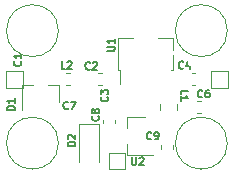
<source format=gbr>
%TF.GenerationSoftware,KiCad,Pcbnew,(5.1.6-0-10_14)*%
%TF.CreationDate,2020-06-15T14:29:28-04:00*%
%TF.ProjectId,preamp,70726561-6d70-42e6-9b69-6361645f7063,rev?*%
%TF.SameCoordinates,Original*%
%TF.FileFunction,Legend,Top*%
%TF.FilePolarity,Positive*%
%FSLAX46Y46*%
G04 Gerber Fmt 4.6, Leading zero omitted, Abs format (unit mm)*
G04 Created by KiCad (PCBNEW (5.1.6-0-10_14)) date 2020-06-15 14:29:28*
%MOMM*%
%LPD*%
G01*
G04 APERTURE LIST*
%ADD10C,0.120000*%
%ADD11C,0.127000*%
%ADD12C,4.064000*%
%ADD13R,1.100000X1.100000*%
%ADD14R,0.900000X1.000000*%
%ADD15C,0.100000*%
%ADD16R,1.000000X1.400000*%
%ADD17R,1.000000X0.900000*%
%ADD18C,0.900000*%
G04 APERTURE END LIST*
D10*
%TO.C,REF\u002A\u002A*%
X121173600Y-93573600D02*
G75*
G03*
X121173600Y-93573600I-2200000J0D01*
G01*
X135473800Y-93573600D02*
G75*
G03*
X135473800Y-93573600I-2200000J0D01*
G01*
X121173600Y-103098600D02*
G75*
G03*
X121173600Y-103098600I-2200000J0D01*
G01*
X135473800Y-103098600D02*
G75*
G03*
X135473800Y-103098600I-2200000J0D01*
G01*
%TO.C,J1*%
X116762300Y-96988400D02*
X118162300Y-96988400D01*
X118162300Y-96988400D02*
X118162300Y-98388400D01*
X118162300Y-98388400D02*
X116762300Y-98388400D01*
X116762300Y-98388400D02*
X116762300Y-96988400D01*
%TO.C,D1*%
X121214000Y-98173000D02*
X120284000Y-98173000D01*
X118054000Y-98173000D02*
X118984000Y-98173000D01*
X118054000Y-98173000D02*
X118054000Y-100333000D01*
X121214000Y-98173000D02*
X121214000Y-99633000D01*
%TO.C,U1*%
X129598000Y-94226000D02*
X130908000Y-94226000D01*
X130908000Y-94226000D02*
X130908000Y-96946000D01*
X126418000Y-98086000D02*
X126418000Y-96946000D01*
X126188000Y-94226000D02*
X127498000Y-94226000D01*
X126188000Y-96946000D02*
X126188000Y-94226000D01*
X126188000Y-96946000D02*
X126418000Y-96946000D01*
X130908000Y-96946000D02*
X130678000Y-96946000D01*
%TO.C,C2*%
X124851279Y-98198400D02*
X124525721Y-98198400D01*
X124851279Y-97178400D02*
X124525721Y-97178400D01*
%TO.C,C4*%
X132776279Y-98198400D02*
X132450721Y-98198400D01*
X132776279Y-97178400D02*
X132450721Y-97178400D01*
%TO.C,L2*%
X121858721Y-97178400D02*
X122184279Y-97178400D01*
X121858721Y-98198400D02*
X122184279Y-98198400D01*
%TO.C,C6*%
X133233479Y-100535200D02*
X132907921Y-100535200D01*
X133233479Y-99515200D02*
X132907921Y-99515200D01*
%TO.C,J2*%
X134097800Y-96988400D02*
X135497800Y-96988400D01*
X135497800Y-96988400D02*
X135497800Y-98388400D01*
X135497800Y-98388400D02*
X134097800Y-98388400D01*
X134097800Y-98388400D02*
X134097800Y-96988400D01*
%TO.C,L1*%
X131215200Y-100283778D02*
X131215200Y-99766622D01*
X129795200Y-100283778D02*
X129795200Y-99766622D01*
%TO.C,U2*%
X127018000Y-100919200D02*
X127018000Y-101849200D01*
X127018000Y-104079200D02*
X127018000Y-103149200D01*
X127018000Y-104079200D02*
X129178000Y-104079200D01*
X127018000Y-100919200D02*
X128478000Y-100919200D01*
%TO.C,J3*%
X125436400Y-103897200D02*
X126836400Y-103897200D01*
X126836400Y-103897200D02*
X126836400Y-105297200D01*
X126836400Y-105297200D02*
X125436400Y-105297200D01*
X125436400Y-105297200D02*
X125436400Y-103897200D01*
%TO.C,C8*%
X125935200Y-101432479D02*
X125935200Y-101106921D01*
X124915200Y-101432479D02*
X124915200Y-101106921D01*
%TO.C,C9*%
X130913600Y-103240721D02*
X130913600Y-103566279D01*
X129893600Y-103240721D02*
X129893600Y-103566279D01*
%TO.C,D2*%
X124598800Y-101508800D02*
X124598800Y-104658800D01*
X122898800Y-101508800D02*
X122898800Y-104658800D01*
X124598800Y-101508800D02*
X122898800Y-101508800D01*
%TO.C,C1*%
D11*
X117968485Y-96168633D02*
X117998723Y-96198871D01*
X118028961Y-96289585D01*
X118028961Y-96350061D01*
X117998723Y-96440776D01*
X117938247Y-96501252D01*
X117877771Y-96531490D01*
X117756819Y-96561728D01*
X117666104Y-96561728D01*
X117545152Y-96531490D01*
X117484676Y-96501252D01*
X117424200Y-96440776D01*
X117393961Y-96350061D01*
X117393961Y-96289585D01*
X117424200Y-96198871D01*
X117454438Y-96168633D01*
X118028961Y-95563871D02*
X118028961Y-95926728D01*
X118028961Y-95745300D02*
X117393961Y-95745300D01*
X117484676Y-95805776D01*
X117545152Y-95866252D01*
X117575390Y-95926728D01*
%TO.C,C3*%
X125321785Y-99165833D02*
X125352023Y-99196071D01*
X125382261Y-99286785D01*
X125382261Y-99347261D01*
X125352023Y-99437976D01*
X125291547Y-99498452D01*
X125231071Y-99528690D01*
X125110119Y-99558928D01*
X125019404Y-99558928D01*
X124898452Y-99528690D01*
X124837976Y-99498452D01*
X124777500Y-99437976D01*
X124747261Y-99347261D01*
X124747261Y-99286785D01*
X124777500Y-99196071D01*
X124807738Y-99165833D01*
X124747261Y-98954166D02*
X124747261Y-98561071D01*
X124989166Y-98772738D01*
X124989166Y-98682023D01*
X125019404Y-98621547D01*
X125049642Y-98591309D01*
X125110119Y-98561071D01*
X125261309Y-98561071D01*
X125321785Y-98591309D01*
X125352023Y-98621547D01*
X125382261Y-98682023D01*
X125382261Y-98863452D01*
X125352023Y-98923928D01*
X125321785Y-98954166D01*
%TO.C,C7*%
X121991966Y-100163085D02*
X121961728Y-100193323D01*
X121871014Y-100223561D01*
X121810538Y-100223561D01*
X121719823Y-100193323D01*
X121659347Y-100132847D01*
X121629109Y-100072371D01*
X121598871Y-99951419D01*
X121598871Y-99860704D01*
X121629109Y-99739752D01*
X121659347Y-99679276D01*
X121719823Y-99618800D01*
X121810538Y-99588561D01*
X121871014Y-99588561D01*
X121961728Y-99618800D01*
X121991966Y-99649038D01*
X122203633Y-99588561D02*
X122626966Y-99588561D01*
X122354823Y-100223561D01*
%TO.C,D1*%
X117482861Y-100281290D02*
X116847861Y-100281290D01*
X116847861Y-100130100D01*
X116878100Y-100039385D01*
X116938576Y-99978909D01*
X116999052Y-99948671D01*
X117120004Y-99918433D01*
X117210719Y-99918433D01*
X117331671Y-99948671D01*
X117392147Y-99978909D01*
X117452623Y-100039385D01*
X117482861Y-100130100D01*
X117482861Y-100281290D01*
X117482861Y-99313671D02*
X117482861Y-99676528D01*
X117482861Y-99495100D02*
X116847861Y-99495100D01*
X116938576Y-99555576D01*
X116999052Y-99616052D01*
X117029290Y-99676528D01*
%TO.C,U1*%
X125318761Y-95289309D02*
X125832809Y-95289309D01*
X125893285Y-95259071D01*
X125923523Y-95228833D01*
X125953761Y-95168357D01*
X125953761Y-95047404D01*
X125923523Y-94986928D01*
X125893285Y-94956690D01*
X125832809Y-94926452D01*
X125318761Y-94926452D01*
X125953761Y-94291452D02*
X125953761Y-94654309D01*
X125953761Y-94472880D02*
X125318761Y-94472880D01*
X125409476Y-94533357D01*
X125469952Y-94593833D01*
X125500190Y-94654309D01*
%TO.C,C2*%
X123846166Y-96810285D02*
X123815928Y-96840523D01*
X123725214Y-96870761D01*
X123664738Y-96870761D01*
X123574023Y-96840523D01*
X123513547Y-96780047D01*
X123483309Y-96719571D01*
X123453071Y-96598619D01*
X123453071Y-96507904D01*
X123483309Y-96386952D01*
X123513547Y-96326476D01*
X123574023Y-96266000D01*
X123664738Y-96235761D01*
X123725214Y-96235761D01*
X123815928Y-96266000D01*
X123846166Y-96296238D01*
X124088071Y-96296238D02*
X124118309Y-96266000D01*
X124178785Y-96235761D01*
X124329976Y-96235761D01*
X124390452Y-96266000D01*
X124420690Y-96296238D01*
X124450928Y-96356714D01*
X124450928Y-96417190D01*
X124420690Y-96507904D01*
X124057833Y-96870761D01*
X124450928Y-96870761D01*
%TO.C,C4*%
X131758266Y-96746785D02*
X131728028Y-96777023D01*
X131637314Y-96807261D01*
X131576838Y-96807261D01*
X131486123Y-96777023D01*
X131425647Y-96716547D01*
X131395409Y-96656071D01*
X131365171Y-96535119D01*
X131365171Y-96444404D01*
X131395409Y-96323452D01*
X131425647Y-96262976D01*
X131486123Y-96202500D01*
X131576838Y-96172261D01*
X131637314Y-96172261D01*
X131728028Y-96202500D01*
X131758266Y-96232738D01*
X132302552Y-96383928D02*
X132302552Y-96807261D01*
X132151361Y-96142023D02*
X132000171Y-96595595D01*
X132393266Y-96595595D01*
%TO.C,L2*%
X121750666Y-96807261D02*
X121448285Y-96807261D01*
X121448285Y-96172261D01*
X121932095Y-96232738D02*
X121962333Y-96202500D01*
X122022809Y-96172261D01*
X122174000Y-96172261D01*
X122234476Y-96202500D01*
X122264714Y-96232738D01*
X122294952Y-96293214D01*
X122294952Y-96353690D01*
X122264714Y-96444404D01*
X121901857Y-96807261D01*
X122294952Y-96807261D01*
%TO.C,C6*%
X133371166Y-99159785D02*
X133340928Y-99190023D01*
X133250214Y-99220261D01*
X133189738Y-99220261D01*
X133099023Y-99190023D01*
X133038547Y-99129547D01*
X133008309Y-99069071D01*
X132978071Y-98948119D01*
X132978071Y-98857404D01*
X133008309Y-98736452D01*
X133038547Y-98675976D01*
X133099023Y-98615500D01*
X133189738Y-98585261D01*
X133250214Y-98585261D01*
X133340928Y-98615500D01*
X133371166Y-98645738D01*
X133915452Y-98585261D02*
X133794500Y-98585261D01*
X133734023Y-98615500D01*
X133703785Y-98645738D01*
X133643309Y-98736452D01*
X133613071Y-98857404D01*
X133613071Y-99099309D01*
X133643309Y-99159785D01*
X133673547Y-99190023D01*
X133734023Y-99220261D01*
X133854976Y-99220261D01*
X133915452Y-99190023D01*
X133945690Y-99159785D01*
X133975928Y-99099309D01*
X133975928Y-98948119D01*
X133945690Y-98887642D01*
X133915452Y-98857404D01*
X133854976Y-98827166D01*
X133734023Y-98827166D01*
X133673547Y-98857404D01*
X133643309Y-98887642D01*
X133613071Y-98948119D01*
%TO.C,L1*%
X131538738Y-98954166D02*
X131538738Y-98651785D01*
X132173738Y-98651785D01*
X131538738Y-99498452D02*
X131538738Y-99135595D01*
X131538738Y-99317023D02*
X132173738Y-99317023D01*
X132083023Y-99256547D01*
X132022547Y-99196071D01*
X131992309Y-99135595D01*
%TO.C,U2*%
X127405190Y-104300261D02*
X127405190Y-104814309D01*
X127435428Y-104874785D01*
X127465666Y-104905023D01*
X127526142Y-104935261D01*
X127647095Y-104935261D01*
X127707571Y-104905023D01*
X127737809Y-104874785D01*
X127768047Y-104814309D01*
X127768047Y-104300261D01*
X128040190Y-104360738D02*
X128070428Y-104330500D01*
X128130904Y-104300261D01*
X128282095Y-104300261D01*
X128342571Y-104330500D01*
X128372809Y-104360738D01*
X128403047Y-104421214D01*
X128403047Y-104481690D01*
X128372809Y-104572404D01*
X128009952Y-104935261D01*
X128403047Y-104935261D01*
%TO.C,C8*%
X124559785Y-100816833D02*
X124590023Y-100847071D01*
X124620261Y-100937785D01*
X124620261Y-100998261D01*
X124590023Y-101088976D01*
X124529547Y-101149452D01*
X124469071Y-101179690D01*
X124348119Y-101209928D01*
X124257404Y-101209928D01*
X124136452Y-101179690D01*
X124075976Y-101149452D01*
X124015500Y-101088976D01*
X123985261Y-100998261D01*
X123985261Y-100937785D01*
X124015500Y-100847071D01*
X124045738Y-100816833D01*
X124257404Y-100453976D02*
X124227166Y-100514452D01*
X124196928Y-100544690D01*
X124136452Y-100574928D01*
X124106214Y-100574928D01*
X124045738Y-100544690D01*
X124015500Y-100514452D01*
X123985261Y-100453976D01*
X123985261Y-100333023D01*
X124015500Y-100272547D01*
X124045738Y-100242309D01*
X124106214Y-100212071D01*
X124136452Y-100212071D01*
X124196928Y-100242309D01*
X124227166Y-100272547D01*
X124257404Y-100333023D01*
X124257404Y-100453976D01*
X124287642Y-100514452D01*
X124317880Y-100544690D01*
X124378357Y-100574928D01*
X124499309Y-100574928D01*
X124559785Y-100544690D01*
X124590023Y-100514452D01*
X124620261Y-100453976D01*
X124620261Y-100333023D01*
X124590023Y-100272547D01*
X124559785Y-100242309D01*
X124499309Y-100212071D01*
X124378357Y-100212071D01*
X124317880Y-100242309D01*
X124287642Y-100272547D01*
X124257404Y-100333023D01*
%TO.C,C9*%
X129053166Y-102715785D02*
X129022928Y-102746023D01*
X128932214Y-102776261D01*
X128871738Y-102776261D01*
X128781023Y-102746023D01*
X128720547Y-102685547D01*
X128690309Y-102625071D01*
X128660071Y-102504119D01*
X128660071Y-102413404D01*
X128690309Y-102292452D01*
X128720547Y-102231976D01*
X128781023Y-102171500D01*
X128871738Y-102141261D01*
X128932214Y-102141261D01*
X129022928Y-102171500D01*
X129053166Y-102201738D01*
X129355547Y-102776261D02*
X129476500Y-102776261D01*
X129536976Y-102746023D01*
X129567214Y-102715785D01*
X129627690Y-102625071D01*
X129657928Y-102504119D01*
X129657928Y-102262214D01*
X129627690Y-102201738D01*
X129597452Y-102171500D01*
X129536976Y-102141261D01*
X129416023Y-102141261D01*
X129355547Y-102171500D01*
X129325309Y-102201738D01*
X129295071Y-102262214D01*
X129295071Y-102413404D01*
X129325309Y-102473880D01*
X129355547Y-102504119D01*
X129416023Y-102534357D01*
X129536976Y-102534357D01*
X129597452Y-102504119D01*
X129627690Y-102473880D01*
X129657928Y-102413404D01*
%TO.C,D2*%
X122588261Y-103338690D02*
X121953261Y-103338690D01*
X121953261Y-103187500D01*
X121983500Y-103096785D01*
X122043976Y-103036309D01*
X122104452Y-103006071D01*
X122225404Y-102975833D01*
X122316119Y-102975833D01*
X122437071Y-103006071D01*
X122497547Y-103036309D01*
X122558023Y-103096785D01*
X122588261Y-103187500D01*
X122588261Y-103338690D01*
X122013738Y-102733928D02*
X121983500Y-102703690D01*
X121953261Y-102643214D01*
X121953261Y-102492023D01*
X121983500Y-102431547D01*
X122013738Y-102401309D01*
X122074214Y-102371071D01*
X122134690Y-102371071D01*
X122225404Y-102401309D01*
X122588261Y-102764166D01*
X122588261Y-102371071D01*
%TD*%
%LPC*%
D12*
%TO.C,REF\u002A\u002A*%
X118973600Y-93573600D03*
%TD*%
%TO.C,REF\u002A\u002A*%
X133273800Y-93573600D03*
%TD*%
%TO.C,REF\u002A\u002A*%
X118973600Y-103098600D03*
%TD*%
%TO.C,REF\u002A\u002A*%
X133273800Y-103098600D03*
%TD*%
D13*
%TO.C,J1*%
X117462300Y-97688400D03*
%TD*%
%TO.C,C1*%
G36*
G01*
X118879000Y-96872900D02*
X118484000Y-96872900D01*
G75*
G02*
X118311500Y-96700400I0J172500D01*
G01*
X118311500Y-96355400D01*
G75*
G02*
X118484000Y-96182900I172500J0D01*
G01*
X118879000Y-96182900D01*
G75*
G02*
X119051500Y-96355400I0J-172500D01*
G01*
X119051500Y-96700400D01*
G75*
G02*
X118879000Y-96872900I-172500J0D01*
G01*
G37*
G36*
G01*
X118879000Y-97842900D02*
X118484000Y-97842900D01*
G75*
G02*
X118311500Y-97670400I0J172500D01*
G01*
X118311500Y-97325400D01*
G75*
G02*
X118484000Y-97152900I172500J0D01*
G01*
X118879000Y-97152900D01*
G75*
G02*
X119051500Y-97325400I0J-172500D01*
G01*
X119051500Y-97670400D01*
G75*
G02*
X118879000Y-97842900I-172500J0D01*
G01*
G37*
%TD*%
%TO.C,C3*%
G36*
G01*
X126273400Y-98811700D02*
X126273400Y-99206700D01*
G75*
G02*
X126100900Y-99379200I-172500J0D01*
G01*
X125755900Y-99379200D01*
G75*
G02*
X125583400Y-99206700I0J172500D01*
G01*
X125583400Y-98811700D01*
G75*
G02*
X125755900Y-98639200I172500J0D01*
G01*
X126100900Y-98639200D01*
G75*
G02*
X126273400Y-98811700I0J-172500D01*
G01*
G37*
G36*
G01*
X127243400Y-98811700D02*
X127243400Y-99206700D01*
G75*
G02*
X127070900Y-99379200I-172500J0D01*
G01*
X126725900Y-99379200D01*
G75*
G02*
X126553400Y-99206700I0J172500D01*
G01*
X126553400Y-98811700D01*
G75*
G02*
X126725900Y-98639200I172500J0D01*
G01*
X127070900Y-98639200D01*
G75*
G02*
X127243400Y-98811700I0J-172500D01*
G01*
G37*
%TD*%
%TO.C,C5*%
G36*
G01*
X128641000Y-100324300D02*
X128641000Y-99929300D01*
G75*
G02*
X128813500Y-99756800I172500J0D01*
G01*
X129158500Y-99756800D01*
G75*
G02*
X129331000Y-99929300I0J-172500D01*
G01*
X129331000Y-100324300D01*
G75*
G02*
X129158500Y-100496800I-172500J0D01*
G01*
X128813500Y-100496800D01*
G75*
G02*
X128641000Y-100324300I0J172500D01*
G01*
G37*
G36*
G01*
X127671000Y-100324300D02*
X127671000Y-99929300D01*
G75*
G02*
X127843500Y-99756800I172500J0D01*
G01*
X128188500Y-99756800D01*
G75*
G02*
X128361000Y-99929300I0J-172500D01*
G01*
X128361000Y-100324300D01*
G75*
G02*
X128188500Y-100496800I-172500J0D01*
G01*
X127843500Y-100496800D01*
G75*
G02*
X127671000Y-100324300I0J172500D01*
G01*
G37*
%TD*%
%TO.C,C7*%
G36*
G01*
X121402000Y-101099000D02*
X121402000Y-100704000D01*
G75*
G02*
X121574500Y-100531500I172500J0D01*
G01*
X121919500Y-100531500D01*
G75*
G02*
X122092000Y-100704000I0J-172500D01*
G01*
X122092000Y-101099000D01*
G75*
G02*
X121919500Y-101271500I-172500J0D01*
G01*
X121574500Y-101271500D01*
G75*
G02*
X121402000Y-101099000I0J172500D01*
G01*
G37*
G36*
G01*
X120432000Y-101099000D02*
X120432000Y-100704000D01*
G75*
G02*
X120604500Y-100531500I172500J0D01*
G01*
X120949500Y-100531500D01*
G75*
G02*
X121122000Y-100704000I0J-172500D01*
G01*
X121122000Y-101099000D01*
G75*
G02*
X120949500Y-101271500I-172500J0D01*
G01*
X120604500Y-101271500D01*
G75*
G02*
X120432000Y-101099000I0J172500D01*
G01*
G37*
%TD*%
D14*
%TO.C,D1*%
X119634000Y-97933000D03*
X120584000Y-99933000D03*
X118684000Y-99933000D03*
%TD*%
%TO.C,R1*%
G36*
G01*
X128310200Y-98811700D02*
X128310200Y-99206700D01*
G75*
G02*
X128137700Y-99379200I-172500J0D01*
G01*
X127792700Y-99379200D01*
G75*
G02*
X127620200Y-99206700I0J172500D01*
G01*
X127620200Y-98811700D01*
G75*
G02*
X127792700Y-98639200I172500J0D01*
G01*
X128137700Y-98639200D01*
G75*
G02*
X128310200Y-98811700I0J-172500D01*
G01*
G37*
G36*
G01*
X129280200Y-98811700D02*
X129280200Y-99206700D01*
G75*
G02*
X129107700Y-99379200I-172500J0D01*
G01*
X128762700Y-99379200D01*
G75*
G02*
X128590200Y-99206700I0J172500D01*
G01*
X128590200Y-98811700D01*
G75*
G02*
X128762700Y-98639200I172500J0D01*
G01*
X129107700Y-98639200D01*
G75*
G02*
X129280200Y-98811700I0J-172500D01*
G01*
G37*
%TD*%
D15*
%TO.C,U1*%
G36*
X127609961Y-93576245D02*
G01*
X127612806Y-93566866D01*
X127617427Y-93558221D01*
X127623645Y-93550645D01*
X127631221Y-93544427D01*
X127639866Y-93539806D01*
X127649245Y-93536961D01*
X127659000Y-93536000D01*
X129437000Y-93536000D01*
X129446755Y-93536961D01*
X129456134Y-93539806D01*
X129464779Y-93544427D01*
X129472355Y-93550645D01*
X129478573Y-93558221D01*
X129483194Y-93566866D01*
X129486039Y-93576245D01*
X129487000Y-93586000D01*
X129487000Y-95670500D01*
X129486039Y-95680255D01*
X129483194Y-95689634D01*
X129478573Y-95698279D01*
X129472355Y-95705855D01*
X128979000Y-96199210D01*
X128979000Y-98186000D01*
X128978039Y-98195755D01*
X128975194Y-98205134D01*
X128970573Y-98213779D01*
X128964355Y-98221355D01*
X128956779Y-98227573D01*
X128948134Y-98232194D01*
X128938755Y-98235039D01*
X128929000Y-98236000D01*
X128167000Y-98236000D01*
X128157245Y-98235039D01*
X128147866Y-98232194D01*
X128139221Y-98227573D01*
X128131645Y-98221355D01*
X128125427Y-98213779D01*
X128120806Y-98205134D01*
X128117961Y-98195755D01*
X128117000Y-98186000D01*
X128117000Y-96199210D01*
X127623645Y-95705855D01*
X127617427Y-95698279D01*
X127612806Y-95689634D01*
X127609961Y-95680255D01*
X127609000Y-95670500D01*
X127609000Y-93586000D01*
X127609961Y-93576245D01*
G37*
D16*
X130048000Y-97536000D03*
X127048000Y-97536000D03*
%TD*%
%TO.C,C2*%
G36*
G01*
X124388500Y-97407150D02*
X124388500Y-97969650D01*
G75*
G02*
X124144750Y-98213400I-243750J0D01*
G01*
X123657250Y-98213400D01*
G75*
G02*
X123413500Y-97969650I0J243750D01*
G01*
X123413500Y-97407150D01*
G75*
G02*
X123657250Y-97163400I243750J0D01*
G01*
X124144750Y-97163400D01*
G75*
G02*
X124388500Y-97407150I0J-243750D01*
G01*
G37*
G36*
G01*
X125963500Y-97407150D02*
X125963500Y-97969650D01*
G75*
G02*
X125719750Y-98213400I-243750J0D01*
G01*
X125232250Y-98213400D01*
G75*
G02*
X124988500Y-97969650I0J243750D01*
G01*
X124988500Y-97407150D01*
G75*
G02*
X125232250Y-97163400I243750J0D01*
G01*
X125719750Y-97163400D01*
G75*
G02*
X125963500Y-97407150I0J-243750D01*
G01*
G37*
%TD*%
%TO.C,C4*%
G36*
G01*
X132313500Y-97407150D02*
X132313500Y-97969650D01*
G75*
G02*
X132069750Y-98213400I-243750J0D01*
G01*
X131582250Y-98213400D01*
G75*
G02*
X131338500Y-97969650I0J243750D01*
G01*
X131338500Y-97407150D01*
G75*
G02*
X131582250Y-97163400I243750J0D01*
G01*
X132069750Y-97163400D01*
G75*
G02*
X132313500Y-97407150I0J-243750D01*
G01*
G37*
G36*
G01*
X133888500Y-97407150D02*
X133888500Y-97969650D01*
G75*
G02*
X133644750Y-98213400I-243750J0D01*
G01*
X133157250Y-98213400D01*
G75*
G02*
X132913500Y-97969650I0J243750D01*
G01*
X132913500Y-97407150D01*
G75*
G02*
X133157250Y-97163400I243750J0D01*
G01*
X133644750Y-97163400D01*
G75*
G02*
X133888500Y-97407150I0J-243750D01*
G01*
G37*
%TD*%
%TO.C,L2*%
G36*
G01*
X122321500Y-97969650D02*
X122321500Y-97407150D01*
G75*
G02*
X122565250Y-97163400I243750J0D01*
G01*
X123052750Y-97163400D01*
G75*
G02*
X123296500Y-97407150I0J-243750D01*
G01*
X123296500Y-97969650D01*
G75*
G02*
X123052750Y-98213400I-243750J0D01*
G01*
X122565250Y-98213400D01*
G75*
G02*
X122321500Y-97969650I0J243750D01*
G01*
G37*
G36*
G01*
X120746500Y-97969650D02*
X120746500Y-97407150D01*
G75*
G02*
X120990250Y-97163400I243750J0D01*
G01*
X121477750Y-97163400D01*
G75*
G02*
X121721500Y-97407150I0J-243750D01*
G01*
X121721500Y-97969650D01*
G75*
G02*
X121477750Y-98213400I-243750J0D01*
G01*
X120990250Y-98213400D01*
G75*
G02*
X120746500Y-97969650I0J243750D01*
G01*
G37*
%TD*%
%TO.C,C6*%
G36*
G01*
X132770700Y-99743950D02*
X132770700Y-100306450D01*
G75*
G02*
X132526950Y-100550200I-243750J0D01*
G01*
X132039450Y-100550200D01*
G75*
G02*
X131795700Y-100306450I0J243750D01*
G01*
X131795700Y-99743950D01*
G75*
G02*
X132039450Y-99500200I243750J0D01*
G01*
X132526950Y-99500200D01*
G75*
G02*
X132770700Y-99743950I0J-243750D01*
G01*
G37*
G36*
G01*
X134345700Y-99743950D02*
X134345700Y-100306450D01*
G75*
G02*
X134101950Y-100550200I-243750J0D01*
G01*
X133614450Y-100550200D01*
G75*
G02*
X133370700Y-100306450I0J243750D01*
G01*
X133370700Y-99743950D01*
G75*
G02*
X133614450Y-99500200I243750J0D01*
G01*
X134101950Y-99500200D01*
G75*
G02*
X134345700Y-99743950I0J-243750D01*
G01*
G37*
%TD*%
D13*
%TO.C,J2*%
X134797800Y-97688400D03*
%TD*%
%TO.C,L1*%
G36*
G01*
X130986450Y-101500200D02*
X130023950Y-101500200D01*
G75*
G02*
X129755200Y-101231450I0J268750D01*
G01*
X129755200Y-100693950D01*
G75*
G02*
X130023950Y-100425200I268750J0D01*
G01*
X130986450Y-100425200D01*
G75*
G02*
X131255200Y-100693950I0J-268750D01*
G01*
X131255200Y-101231450D01*
G75*
G02*
X130986450Y-101500200I-268750J0D01*
G01*
G37*
G36*
G01*
X130986450Y-99625200D02*
X130023950Y-99625200D01*
G75*
G02*
X129755200Y-99356450I0J268750D01*
G01*
X129755200Y-98818950D01*
G75*
G02*
X130023950Y-98550200I268750J0D01*
G01*
X130986450Y-98550200D01*
G75*
G02*
X131255200Y-98818950I0J-268750D01*
G01*
X131255200Y-99356450D01*
G75*
G02*
X130986450Y-99625200I-268750J0D01*
G01*
G37*
%TD*%
D17*
%TO.C,U2*%
X128778000Y-103449200D03*
X128778000Y-101549200D03*
X126778000Y-102499200D03*
%TD*%
D13*
%TO.C,J3*%
X126136400Y-104597200D03*
%TD*%
%TO.C,C8*%
G36*
G01*
X125706450Y-100969700D02*
X125143950Y-100969700D01*
G75*
G02*
X124900200Y-100725950I0J243750D01*
G01*
X124900200Y-100238450D01*
G75*
G02*
X125143950Y-99994700I243750J0D01*
G01*
X125706450Y-99994700D01*
G75*
G02*
X125950200Y-100238450I0J-243750D01*
G01*
X125950200Y-100725950D01*
G75*
G02*
X125706450Y-100969700I-243750J0D01*
G01*
G37*
G36*
G01*
X125706450Y-102544700D02*
X125143950Y-102544700D01*
G75*
G02*
X124900200Y-102300950I0J243750D01*
G01*
X124900200Y-101813450D01*
G75*
G02*
X125143950Y-101569700I243750J0D01*
G01*
X125706450Y-101569700D01*
G75*
G02*
X125950200Y-101813450I0J-243750D01*
G01*
X125950200Y-102300950D01*
G75*
G02*
X125706450Y-102544700I-243750J0D01*
G01*
G37*
%TD*%
%TO.C,C9*%
G36*
G01*
X130122350Y-102128500D02*
X130684850Y-102128500D01*
G75*
G02*
X130928600Y-102372250I0J-243750D01*
G01*
X130928600Y-102859750D01*
G75*
G02*
X130684850Y-103103500I-243750J0D01*
G01*
X130122350Y-103103500D01*
G75*
G02*
X129878600Y-102859750I0J243750D01*
G01*
X129878600Y-102372250D01*
G75*
G02*
X130122350Y-102128500I243750J0D01*
G01*
G37*
G36*
G01*
X130122350Y-103703500D02*
X130684850Y-103703500D01*
G75*
G02*
X130928600Y-103947250I0J-243750D01*
G01*
X130928600Y-104434750D01*
G75*
G02*
X130684850Y-104678500I-243750J0D01*
G01*
X130122350Y-104678500D01*
G75*
G02*
X129878600Y-104434750I0J243750D01*
G01*
X129878600Y-103947250D01*
G75*
G02*
X130122350Y-103703500I243750J0D01*
G01*
G37*
%TD*%
%TO.C,D2*%
X123748800Y-102158800D03*
X123748800Y-104658800D03*
%TD*%
D18*
X128524000Y-92964000D03*
X129794000Y-92202000D03*
X130556000Y-93472000D03*
X123825000Y-99314000D03*
X121818400Y-104013000D03*
X121818400Y-101854000D03*
X119837200Y-96266000D03*
X134874000Y-99212400D03*
X128981200Y-104597200D03*
X134823200Y-100990400D03*
X122936000Y-100584000D03*
X126746000Y-100330000D03*
X131318000Y-95504000D03*
X127254000Y-92202000D03*
X125666500Y-92583000D03*
X124968000Y-93980000D03*
X123952000Y-92964000D03*
X121920000Y-92964000D03*
X122936000Y-93980000D03*
X123952000Y-94996000D03*
X121920000Y-94996000D03*
X132588000Y-96266000D03*
X122936000Y-96012000D03*
X126873000Y-93472000D03*
X124968000Y-96012000D03*
M02*

</source>
